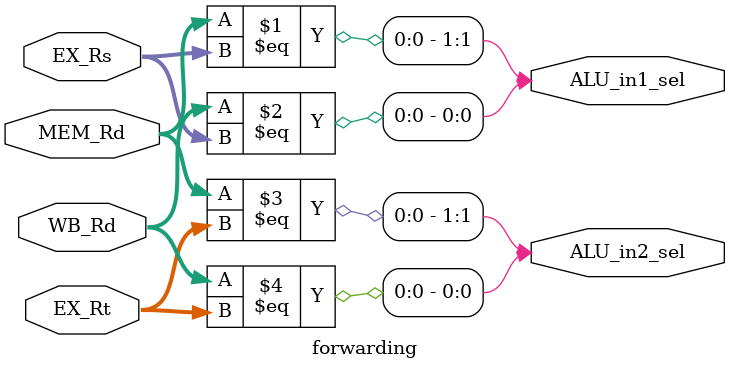
<source format=v>
module forwarding (ALU_in1_sel, ALU_in2_sel, EX_Rs, EX_Rt, MEM_Rd, WB_Rd);

input [3:0] MEM_Rd, WB_Rd, EX_Rs, EX_Rt;
output [1:0] ALU_in1_sel, ALU_in2_sel;

assign ALU_in1_sel[1] = MEM_Rd == EX_Rs;
assign ALU_in1_sel[0] = WB_Rd == EX_Rs;

assign ALU_in2_sel[1] = MEM_Rd == EX_Rt;
assign ALU_in2_sel[0] = WB_Rd == EX_Rt;

endmodule

</source>
